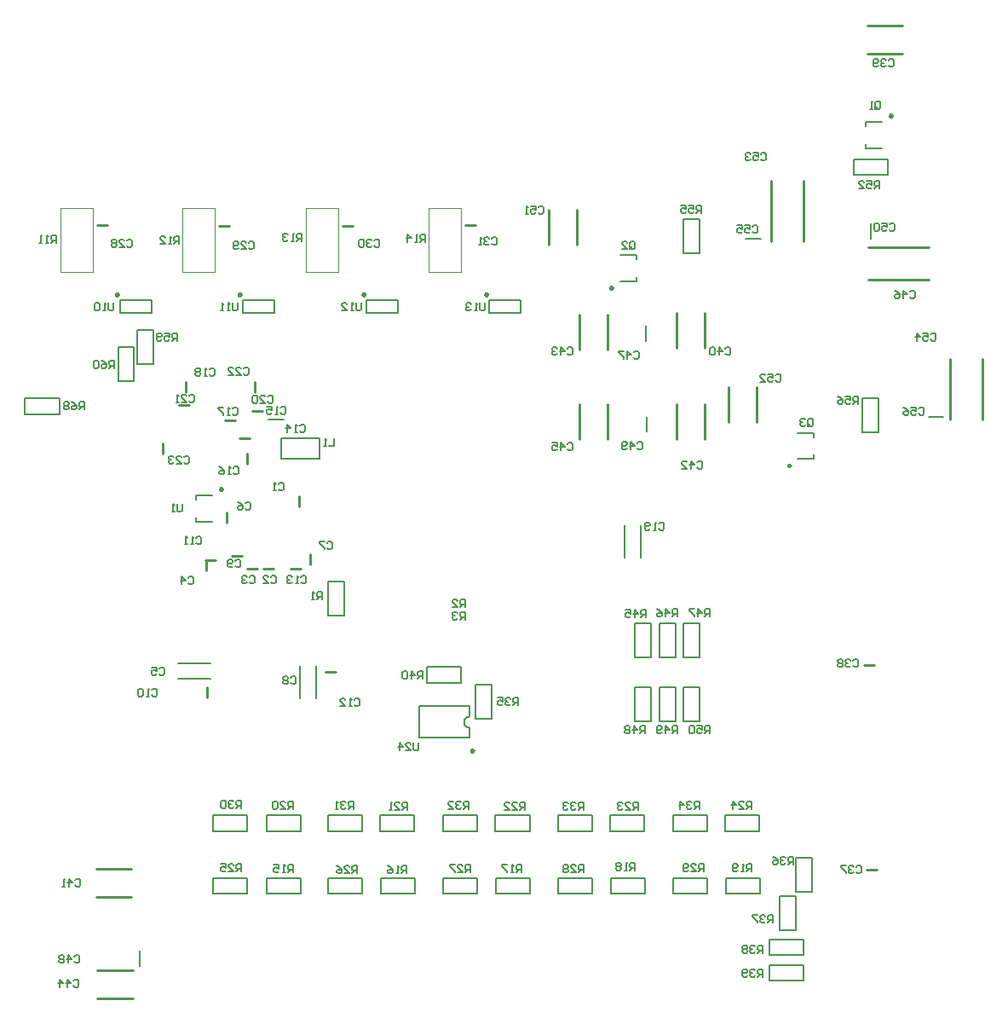
<source format=gbo>
%FSTAX23Y23*%
%MOIN*%
%SFA1B1*%

%IPPOS*%
%ADD27C,0.010000*%
%ADD65C,0.008000*%
%ADD66C,0.010000*%
%ADD68C,0.002000*%
%ADD69C,0.005000*%
%LNholoboard-1*%
%LPD*%
G54D27*
X02709Y02293D02*
Y0243D01*
X02819Y02293D02*
Y0243D01*
X03444Y0141D02*
X03484D01*
X03454Y0061D02*
X03494D01*
X02709Y02648D02*
Y02785D01*
X02819Y02648D02*
Y02785D01*
X03456Y0391D02*
X03594D01*
X03456Y038D02*
X03594D01*
X00919Y03125D02*
X00959D01*
X01029Y01785D02*
X01069D01*
X00949Y01965D02*
Y02005D01*
X01234Y0203D02*
Y0207D01*
X0097Y01834D02*
X0101D01*
X01199Y01784D02*
X01239D01*
X00865Y0182D02*
X00905D01*
X01092Y01785D02*
X01132D01*
X01335Y01382D02*
X01375D01*
X01275Y01802D02*
Y01842D01*
X00872Y01283D02*
Y01323D01*
X00869Y01779D02*
Y01819D01*
X00699Y02236D02*
Y02276D01*
X01059Y02475D02*
Y02515D01*
X00764Y02425D02*
X00804D01*
X0103Y02195D02*
Y02235D01*
X00944Y02366D02*
X00984D01*
X0105Y02401D02*
X0109D01*
X00789Y02475D02*
Y02515D01*
X00444Y00217D02*
X00582D01*
X00444Y00106D02*
X00582D01*
X00439Y00612D02*
X00577D01*
X00439Y00501D02*
X00577D01*
X03024Y02358D02*
Y02495D01*
X02914Y02358D02*
Y02495D01*
X02319Y03053D02*
Y0319D01*
X02209Y03053D02*
Y0319D01*
X02439Y02293D02*
Y0243D01*
X02329Y02293D02*
Y0243D01*
X02439Y02643D02*
Y0278D01*
X02329Y02643D02*
Y0278D01*
X00444Y0313D02*
X00484D01*
X01404Y03125D02*
X01444D01*
X01884Y0313D02*
X01924D01*
X00999Y02295D02*
X01039D01*
X03459Y02917D02*
X03695D01*
X03459Y03043D02*
X03695D01*
X03207Y03065D02*
Y03302D01*
X03081Y03065D02*
Y03302D01*
X03907Y0237D02*
Y02607D01*
X03781Y0237D02*
Y02607D01*
G54D65*
X019Y01208D02*
D01*
X01898Y01207*
X01897Y01207*
X01895Y01207*
X01894Y01207*
X01892Y01206*
X01891Y01206*
X0189Y01205*
X01888Y01204*
X01887Y01203*
X01886Y01203*
X01885Y01202*
X01884Y01201*
X01883Y01199*
X01882Y01198*
X01881Y01197*
X01881Y01196*
X0188Y01194*
X0188Y01193*
X01879Y01192*
X01879Y0119*
X01879Y01189*
X01879Y01187*
Y01186*
X01879Y01184*
X01879Y01183*
X01879Y01181*
X0188Y0118*
X0188Y01179*
X01881Y01177*
X01881Y01176*
X01882Y01175*
X01883Y01174*
X01884Y01172*
X01885Y01171*
X01886Y0117*
X01887Y0117*
X01888Y01169*
X0189Y01168*
X01891Y01167*
X01892Y01167*
X01894Y01166*
X01895Y01166*
X01897Y01166*
X01898Y01166*
X019Y01166*
X00161Y0239D02*
Y02453D01*
X00295*
X00161Y0239D02*
X00295D01*
Y02453*
X02738Y01188D02*
X02801D01*
X02738D02*
Y01322D01*
X02801Y01188D02*
Y01322D01*
X02738D02*
X02801D01*
X02643Y01188D02*
X02706D01*
X02643D02*
Y01322D01*
X02706Y01188D02*
Y01322D01*
X02643D02*
X02706D01*
X02548Y01188D02*
X02611D01*
X02548D02*
Y01322D01*
X02611Y01188D02*
Y01322D01*
X02548D02*
X02611D01*
X02738Y01572D02*
X02801D01*
Y01438D02*
Y01572D01*
X02738Y01438D02*
Y01572D01*
Y01438D02*
X02801D01*
X02643Y01572D02*
X02706D01*
Y01438D02*
Y01572D01*
X02643Y01438D02*
Y01572D01*
Y01438D02*
X02706D01*
X02548Y01572D02*
X02611D01*
Y01438D02*
Y01572D01*
X02548Y01438D02*
Y01572D01*
Y01438D02*
X02611D01*
X01922Y01332D02*
X01985D01*
Y01198D02*
Y01332D01*
X01922Y01198D02*
Y01332D01*
Y01198D02*
X01985D01*
X01734Y01338D02*
Y01401D01*
X01868*
X01734Y01338D02*
X01868D01*
Y01401*
X03178Y00657D02*
X03241D01*
Y00523D02*
Y00657D01*
X03178Y00523D02*
Y00657D01*
Y00523D02*
X03241D01*
X03072Y00174D02*
Y00237D01*
X03206*
X03072Y00174D02*
X03206D01*
Y00237*
X03072Y00274D02*
Y00337D01*
X03206*
X03072Y00274D02*
X03206D01*
Y00337*
X03113Y00507D02*
X03176D01*
Y00373D02*
Y00507D01*
X03113Y00373D02*
Y00507D01*
Y00373D02*
X03176D01*
X01345Y00759D02*
Y00822D01*
X01479*
X01345Y00759D02*
X01479D01*
Y00822*
X02245Y00759D02*
Y00822D01*
X02379*
X02245Y00759D02*
X02379D01*
Y00822*
X02695Y00759D02*
Y00822D01*
X02829*
X02695Y00759D02*
X02829D01*
Y00822*
X03184Y02316D02*
X03248D01*
X03184Y02214D02*
X03248D01*
Y02232*
Y02299D02*
Y02316D01*
X0345Y03429D02*
X03514D01*
X0345Y03531D02*
X03514D01*
X0345Y03514D02*
Y03531D01*
Y03429D02*
Y03447D01*
X02489Y03011D02*
X02553D01*
X02489Y02909D02*
X02553D01*
Y02927*
Y02994D02*
Y03011D01*
X01348Y01737D02*
X01411D01*
Y01603D02*
Y01737D01*
X01348Y01603D02*
Y01737D01*
Y01603D02*
X01411D01*
X00759Y01417D02*
X00885D01*
X00759Y01354D02*
X00885D01*
X01238Y01278D02*
Y01404D01*
X01301Y01278D02*
Y01404D01*
X0083Y01969D02*
X00894D01*
X0083Y02071D02*
X00894D01*
X0083Y02054D02*
Y02071D01*
Y01969D02*
Y01987D01*
X01114Y0237D02*
X01173D01*
X01314Y02214D02*
Y02297D01*
X01164Y02214D02*
X01314D01*
X01164Y02297D02*
X01314D01*
X01164Y02214D02*
Y02297D01*
X019Y01124D02*
Y01166D01*
Y01208D02*
Y0125D01*
X01703Y01124D02*
Y0125D01*
Y01124D02*
X019D01*
X01703Y0125D02*
X019D01*
X02594Y02321D02*
Y0238D01*
X00609Y00232D02*
Y00291D01*
X02589Y02676D02*
Y02735D01*
X03695Y0238D02*
X03754D01*
X0298Y03075D02*
X03039D01*
X03469Y03076D02*
Y03135D01*
X029Y00759D02*
Y00822D01*
X03034*
X029Y00759D02*
X03034D01*
Y00822*
X01795Y00759D02*
Y00822D01*
X01929*
X01795Y00759D02*
X01929D01*
Y00822*
X02001Y00759D02*
Y00822D01*
X02135*
X02001Y00759D02*
X02135D01*
Y00822*
X0155Y00759D02*
Y00822D01*
X01684*
X0155Y00759D02*
X01684D01*
Y00822*
X00895Y00759D02*
Y00822D01*
X01029*
X00895Y00759D02*
X01029D01*
Y00822*
X01105Y00759D02*
Y00822D01*
X01239*
X01105Y00759D02*
X01239D01*
Y00822*
X0245Y00759D02*
Y00822D01*
X02584*
X0245Y00759D02*
X02584D01*
Y00822*
X02738Y03018D02*
X02801D01*
X02738D02*
Y03152D01*
X02801Y03018D02*
Y03152D01*
X02738D02*
X02801D01*
X03402Y03324D02*
Y03387D01*
X03536*
X03402Y03324D02*
X03536D01*
Y03387*
X03438Y02318D02*
X03501D01*
X03438D02*
Y02452D01*
X03501Y02318D02*
Y02452D01*
X03438D02*
X03501D01*
X03036Y00514D02*
Y00577D01*
X02902Y00514D02*
X03036D01*
X02902Y00577D02*
X03036D01*
X02902Y00514D02*
Y00577D01*
X02831Y00514D02*
Y00577D01*
X02697Y00514D02*
X02831D01*
X02697Y00577D02*
X02831D01*
X02697Y00514D02*
Y00577D01*
X01241Y00514D02*
Y00577D01*
X01107Y00514D02*
X01241D01*
X01107Y00577D02*
X01241D01*
X01107Y00514D02*
Y00577D01*
X02586Y00514D02*
Y00577D01*
X02452Y00514D02*
X02586D01*
X02452Y00577D02*
X02586D01*
X02452Y00514D02*
Y00577D01*
X02381Y00514D02*
Y00577D01*
X02247Y00514D02*
X02381D01*
X02247Y00577D02*
X02381D01*
X02247Y00514D02*
Y00577D01*
X02136Y00514D02*
Y00577D01*
X02002Y00514D02*
X02136D01*
X02002Y00577D02*
X02136D01*
X02002Y00514D02*
Y00577D01*
X01931Y00514D02*
Y00577D01*
X01797Y00514D02*
X01931D01*
X01797Y00577D02*
X01931D01*
X01797Y00514D02*
Y00577D01*
X01686Y00514D02*
Y00577D01*
X01552Y00514D02*
X01686D01*
X01552Y00577D02*
X01686D01*
X01552Y00514D02*
Y00577D01*
X01481Y00514D02*
Y00577D01*
X01347Y00514D02*
X01481D01*
X01347Y00577D02*
X01481D01*
X01347Y00514D02*
Y00577D01*
X01031Y00514D02*
Y00577D01*
X00897Y00514D02*
X01031D01*
X00897Y00577D02*
X01031D01*
X00897Y00514D02*
Y00577D01*
X00533Y02786D02*
X00655D01*
X00533Y02834D02*
X00655D01*
Y02786D02*
Y02834D01*
X00533Y02786D02*
Y02834D01*
X01978Y02786D02*
X021D01*
X01978Y02834D02*
X021D01*
Y02786D02*
Y02834D01*
X01978Y02786D02*
Y02834D01*
X01498Y02786D02*
X0162D01*
X01498Y02834D02*
X0162D01*
Y02786D02*
Y02834D01*
X01498Y02786D02*
Y02834D01*
X01013Y02786D02*
X01135D01*
X01013Y02834D02*
X01135D01*
Y02786D02*
Y02834D01*
X01013Y02786D02*
Y02834D01*
X02571Y01829D02*
Y01955D01*
X02508Y01829D02*
Y01955D01*
X00525Y02653D02*
X00588D01*
Y02519D02*
Y02653D01*
X00525Y02519D02*
Y02653D01*
Y02519D02*
X00588D01*
X006Y02719D02*
X00663D01*
Y02585D02*
Y02719D01*
X006Y02585D02*
Y02719D01*
Y02585D02*
X00663D01*
G54D66*
X03155Y02189D02*
D01*
X03154Y02189*
X03154Y02189*
X03154Y0219*
X03154Y0219*
X03154Y0219*
X03154Y02191*
X03154Y02191*
X03154Y02191*
X03154Y02191*
X03153Y02192*
X03153Y02192*
X03153Y02192*
X03153Y02192*
X03152Y02193*
X03152Y02193*
X03152Y02193*
X03151Y02193*
X03151Y02193*
X03151Y02193*
X0315Y02193*
X0315Y02193*
X0315Y02193*
X03149*
X03149Y02193*
X03149Y02193*
X03148Y02193*
X03148Y02193*
X03148Y02193*
X03147Y02193*
X03147Y02193*
X03147Y02193*
X03146Y02192*
X03146Y02192*
X03146Y02192*
X03146Y02192*
X03145Y02191*
X03145Y02191*
X03145Y02191*
X03145Y02191*
X03145Y0219*
X03145Y0219*
X03145Y0219*
X03145Y02189*
X03145Y02189*
X03145Y02189*
X03145Y02188*
X03145Y02188*
X03145Y02187*
X03145Y02187*
X03145Y02187*
X03145Y02186*
X03145Y02186*
X03145Y02186*
X03145Y02186*
X03146Y02185*
X03146Y02185*
X03146Y02185*
X03146Y02185*
X03147Y02184*
X03147Y02184*
X03147Y02184*
X03148Y02184*
X03148Y02184*
X03148Y02184*
X03149Y02184*
X03149Y02184*
X03149Y02184*
X0315*
X0315Y02184*
X0315Y02184*
X03151Y02184*
X03151Y02184*
X03151Y02184*
X03152Y02184*
X03152Y02184*
X03152Y02184*
X03153Y02185*
X03153Y02185*
X03153Y02185*
X03153Y02185*
X03154Y02186*
X03154Y02186*
X03154Y02186*
X03154Y02186*
X03154Y02187*
X03154Y02187*
X03154Y02187*
X03154Y02188*
X03154Y02188*
X03155Y02189*
X03553Y03557D02*
D01*
X03552Y03557*
X03552Y03557*
X03552Y03558*
X03552Y03558*
X03552Y03558*
X03552Y03559*
X03552Y03559*
X03552Y03559*
X03552Y03559*
X03551Y0356*
X03551Y0356*
X03551Y0356*
X03551Y0356*
X0355Y03561*
X0355Y03561*
X0355Y03561*
X03549Y03561*
X03549Y03561*
X03549Y03561*
X03548Y03561*
X03548Y03561*
X03548Y03561*
X03547*
X03547Y03561*
X03547Y03561*
X03546Y03561*
X03546Y03561*
X03546Y03561*
X03545Y03561*
X03545Y03561*
X03545Y03561*
X03544Y0356*
X03544Y0356*
X03544Y0356*
X03544Y0356*
X03543Y03559*
X03543Y03559*
X03543Y03559*
X03543Y03559*
X03543Y03558*
X03543Y03558*
X03543Y03558*
X03543Y03557*
X03543Y03557*
X03543Y03557*
X03543Y03556*
X03543Y03556*
X03543Y03555*
X03543Y03555*
X03543Y03555*
X03543Y03554*
X03543Y03554*
X03543Y03554*
X03543Y03554*
X03544Y03553*
X03544Y03553*
X03544Y03553*
X03544Y03553*
X03545Y03552*
X03545Y03552*
X03545Y03552*
X03546Y03552*
X03546Y03552*
X03546Y03552*
X03547Y03552*
X03547Y03552*
X03547Y03552*
X03548*
X03548Y03552*
X03548Y03552*
X03549Y03552*
X03549Y03552*
X03549Y03552*
X0355Y03552*
X0355Y03552*
X0355Y03552*
X03551Y03553*
X03551Y03553*
X03551Y03553*
X03551Y03553*
X03552Y03554*
X03552Y03554*
X03552Y03554*
X03552Y03554*
X03552Y03555*
X03552Y03555*
X03552Y03555*
X03552Y03556*
X03552Y03556*
X03553Y03557*
X0246Y02884D02*
D01*
X02459Y02884*
X02459Y02884*
X02459Y02885*
X02459Y02885*
X02459Y02885*
X02459Y02886*
X02459Y02886*
X02459Y02886*
X02459Y02886*
X02458Y02887*
X02458Y02887*
X02458Y02887*
X02458Y02887*
X02457Y02888*
X02457Y02888*
X02457Y02888*
X02456Y02888*
X02456Y02888*
X02456Y02888*
X02455Y02888*
X02455Y02888*
X02455Y02888*
X02454*
X02454Y02888*
X02454Y02888*
X02453Y02888*
X02453Y02888*
X02453Y02888*
X02452Y02888*
X02452Y02888*
X02452Y02888*
X02451Y02887*
X02451Y02887*
X02451Y02887*
X02451Y02887*
X0245Y02886*
X0245Y02886*
X0245Y02886*
X0245Y02886*
X0245Y02885*
X0245Y02885*
X0245Y02885*
X0245Y02884*
X0245Y02884*
X0245Y02884*
X0245Y02883*
X0245Y02883*
X0245Y02882*
X0245Y02882*
X0245Y02882*
X0245Y02881*
X0245Y02881*
X0245Y02881*
X0245Y02881*
X02451Y0288*
X02451Y0288*
X02451Y0288*
X02451Y0288*
X02452Y02879*
X02452Y02879*
X02452Y02879*
X02453Y02879*
X02453Y02879*
X02453Y02879*
X02454Y02879*
X02454Y02879*
X02454Y02879*
X02455*
X02455Y02879*
X02455Y02879*
X02456Y02879*
X02456Y02879*
X02456Y02879*
X02457Y02879*
X02457Y02879*
X02457Y02879*
X02458Y0288*
X02458Y0288*
X02458Y0288*
X02458Y0288*
X02459Y02881*
X02459Y02881*
X02459Y02881*
X02459Y02881*
X02459Y02882*
X02459Y02882*
X02459Y02882*
X02459Y02883*
X02459Y02883*
X0246Y02884*
X00933Y02097D02*
D01*
X00932Y02097*
X00932Y02097*
X00932Y02098*
X00932Y02098*
X00932Y02098*
X00932Y02099*
X00932Y02099*
X00932Y02099*
X00932Y02099*
X00931Y021*
X00931Y021*
X00931Y021*
X00931Y021*
X0093Y02101*
X0093Y02101*
X0093Y02101*
X00929Y02101*
X00929Y02101*
X00929Y02101*
X00928Y02101*
X00928Y02101*
X00928Y02101*
X00927*
X00927Y02101*
X00927Y02101*
X00926Y02101*
X00926Y02101*
X00926Y02101*
X00925Y02101*
X00925Y02101*
X00925Y02101*
X00924Y021*
X00924Y021*
X00924Y021*
X00924Y021*
X00923Y02099*
X00923Y02099*
X00923Y02099*
X00923Y02099*
X00923Y02098*
X00923Y02098*
X00923Y02098*
X00923Y02097*
X00923Y02097*
X00923Y02097*
X00923Y02096*
X00923Y02096*
X00923Y02095*
X00923Y02095*
X00923Y02095*
X00923Y02094*
X00923Y02094*
X00923Y02094*
X00923Y02094*
X00924Y02093*
X00924Y02093*
X00924Y02093*
X00924Y02093*
X00925Y02092*
X00925Y02092*
X00925Y02092*
X00926Y02092*
X00926Y02092*
X00926Y02092*
X00927Y02092*
X00927Y02092*
X00927Y02092*
X00928*
X00928Y02092*
X00928Y02092*
X00929Y02092*
X00929Y02092*
X00929Y02092*
X0093Y02092*
X0093Y02092*
X0093Y02092*
X00931Y02093*
X00931Y02093*
X00931Y02093*
X00931Y02093*
X00932Y02094*
X00932Y02094*
X00932Y02094*
X00932Y02094*
X00932Y02095*
X00932Y02095*
X00932Y02095*
X00932Y02096*
X00932Y02096*
X00933Y02097*
X01915Y01075D02*
D01*
X01914Y01075*
X01914Y01075*
X01914Y01076*
X01914Y01076*
X01914Y01076*
X01914Y01077*
X01914Y01077*
X01914Y01077*
X01914Y01077*
X01913Y01078*
X01913Y01078*
X01913Y01078*
X01913Y01078*
X01912Y01079*
X01912Y01079*
X01912Y01079*
X01911Y01079*
X01911Y01079*
X01911Y01079*
X0191Y01079*
X0191Y01079*
X0191Y01079*
X01909*
X01909Y01079*
X01909Y01079*
X01908Y01079*
X01908Y01079*
X01908Y01079*
X01907Y01079*
X01907Y01079*
X01907Y01079*
X01906Y01078*
X01906Y01078*
X01906Y01078*
X01906Y01078*
X01905Y01077*
X01905Y01077*
X01905Y01077*
X01905Y01077*
X01905Y01076*
X01905Y01076*
X01905Y01076*
X01905Y01075*
X01905Y01075*
X01905Y01075*
X01905Y01074*
X01905Y01074*
X01905Y01073*
X01905Y01073*
X01905Y01073*
X01905Y01072*
X01905Y01072*
X01905Y01072*
X01905Y01072*
X01906Y01071*
X01906Y01071*
X01906Y01071*
X01906Y01071*
X01907Y0107*
X01907Y0107*
X01907Y0107*
X01908Y0107*
X01908Y0107*
X01908Y0107*
X01909Y0107*
X01909Y0107*
X01909Y0107*
X0191*
X0191Y0107*
X0191Y0107*
X01911Y0107*
X01911Y0107*
X01911Y0107*
X01912Y0107*
X01912Y0107*
X01912Y0107*
X01913Y01071*
X01913Y01071*
X01913Y01071*
X01913Y01071*
X01914Y01072*
X01914Y01072*
X01914Y01072*
X01914Y01072*
X01914Y01073*
X01914Y01073*
X01914Y01073*
X01914Y01074*
X01914Y01074*
X01915Y01075*
X00526Y02858D02*
D01*
X00525Y02858*
X00525Y02858*
X00525Y02859*
X00525Y02859*
X00525Y02859*
X00525Y0286*
X00525Y0286*
X00525Y0286*
X00525Y0286*
X00524Y02861*
X00524Y02861*
X00524Y02861*
X00524Y02861*
X00523Y02862*
X00523Y02862*
X00523Y02862*
X00522Y02862*
X00522Y02862*
X00522Y02862*
X00521Y02862*
X00521Y02862*
X00521Y02862*
X0052*
X0052Y02862*
X0052Y02862*
X00519Y02862*
X00519Y02862*
X00519Y02862*
X00518Y02862*
X00518Y02862*
X00518Y02862*
X00517Y02861*
X00517Y02861*
X00517Y02861*
X00517Y02861*
X00516Y0286*
X00516Y0286*
X00516Y0286*
X00516Y0286*
X00516Y02859*
X00516Y02859*
X00516Y02859*
X00516Y02858*
X00516Y02858*
X00516Y02858*
X00516Y02857*
X00516Y02857*
X00516Y02856*
X00516Y02856*
X00516Y02856*
X00516Y02855*
X00516Y02855*
X00516Y02855*
X00516Y02855*
X00517Y02854*
X00517Y02854*
X00517Y02854*
X00517Y02854*
X00518Y02853*
X00518Y02853*
X00518Y02853*
X00519Y02853*
X00519Y02853*
X00519Y02853*
X0052Y02853*
X0052Y02853*
X0052Y02853*
X00521*
X00521Y02853*
X00521Y02853*
X00522Y02853*
X00522Y02853*
X00522Y02853*
X00523Y02853*
X00523Y02853*
X00523Y02853*
X00524Y02854*
X00524Y02854*
X00524Y02854*
X00524Y02854*
X00525Y02855*
X00525Y02855*
X00525Y02855*
X00525Y02855*
X00525Y02856*
X00525Y02856*
X00525Y02856*
X00525Y02857*
X00525Y02857*
X00526Y02858*
X01971D02*
D01*
X0197Y02858*
X0197Y02858*
X0197Y02859*
X0197Y02859*
X0197Y02859*
X0197Y0286*
X0197Y0286*
X0197Y0286*
X0197Y0286*
X01969Y02861*
X01969Y02861*
X01969Y02861*
X01969Y02861*
X01968Y02862*
X01968Y02862*
X01968Y02862*
X01967Y02862*
X01967Y02862*
X01967Y02862*
X01966Y02862*
X01966Y02862*
X01966Y02862*
X01965*
X01965Y02862*
X01965Y02862*
X01964Y02862*
X01964Y02862*
X01964Y02862*
X01963Y02862*
X01963Y02862*
X01963Y02862*
X01962Y02861*
X01962Y02861*
X01962Y02861*
X01962Y02861*
X01961Y0286*
X01961Y0286*
X01961Y0286*
X01961Y0286*
X01961Y02859*
X01961Y02859*
X01961Y02859*
X01961Y02858*
X01961Y02858*
X01961Y02858*
X01961Y02857*
X01961Y02857*
X01961Y02856*
X01961Y02856*
X01961Y02856*
X01961Y02855*
X01961Y02855*
X01961Y02855*
X01961Y02855*
X01962Y02854*
X01962Y02854*
X01962Y02854*
X01962Y02854*
X01963Y02853*
X01963Y02853*
X01963Y02853*
X01964Y02853*
X01964Y02853*
X01964Y02853*
X01965Y02853*
X01965Y02853*
X01965Y02853*
X01966*
X01966Y02853*
X01966Y02853*
X01967Y02853*
X01967Y02853*
X01967Y02853*
X01968Y02853*
X01968Y02853*
X01968Y02853*
X01969Y02854*
X01969Y02854*
X01969Y02854*
X01969Y02854*
X0197Y02855*
X0197Y02855*
X0197Y02855*
X0197Y02855*
X0197Y02856*
X0197Y02856*
X0197Y02856*
X0197Y02857*
X0197Y02857*
X01971Y02858*
X01491D02*
D01*
X0149Y02858*
X0149Y02858*
X0149Y02859*
X0149Y02859*
X0149Y02859*
X0149Y0286*
X0149Y0286*
X0149Y0286*
X0149Y0286*
X01489Y02861*
X01489Y02861*
X01489Y02861*
X01489Y02861*
X01488Y02862*
X01488Y02862*
X01488Y02862*
X01487Y02862*
X01487Y02862*
X01487Y02862*
X01486Y02862*
X01486Y02862*
X01486Y02862*
X01485*
X01485Y02862*
X01485Y02862*
X01484Y02862*
X01484Y02862*
X01484Y02862*
X01483Y02862*
X01483Y02862*
X01483Y02862*
X01482Y02861*
X01482Y02861*
X01482Y02861*
X01482Y02861*
X01481Y0286*
X01481Y0286*
X01481Y0286*
X01481Y0286*
X01481Y02859*
X01481Y02859*
X01481Y02859*
X01481Y02858*
X01481Y02858*
X01481Y02858*
X01481Y02857*
X01481Y02857*
X01481Y02856*
X01481Y02856*
X01481Y02856*
X01481Y02855*
X01481Y02855*
X01481Y02855*
X01481Y02855*
X01482Y02854*
X01482Y02854*
X01482Y02854*
X01482Y02854*
X01483Y02853*
X01483Y02853*
X01483Y02853*
X01484Y02853*
X01484Y02853*
X01484Y02853*
X01485Y02853*
X01485Y02853*
X01485Y02853*
X01486*
X01486Y02853*
X01486Y02853*
X01487Y02853*
X01487Y02853*
X01487Y02853*
X01488Y02853*
X01488Y02853*
X01488Y02853*
X01489Y02854*
X01489Y02854*
X01489Y02854*
X01489Y02854*
X0149Y02855*
X0149Y02855*
X0149Y02855*
X0149Y02855*
X0149Y02856*
X0149Y02856*
X0149Y02856*
X0149Y02857*
X0149Y02857*
X01491Y02858*
X01006D02*
D01*
X01005Y02858*
X01005Y02858*
X01005Y02859*
X01005Y02859*
X01005Y02859*
X01005Y0286*
X01005Y0286*
X01005Y0286*
X01005Y0286*
X01004Y02861*
X01004Y02861*
X01004Y02861*
X01004Y02861*
X01003Y02862*
X01003Y02862*
X01003Y02862*
X01002Y02862*
X01002Y02862*
X01002Y02862*
X01001Y02862*
X01001Y02862*
X01001Y02862*
X01*
X01Y02862*
X01Y02862*
X00999Y02862*
X00999Y02862*
X00999Y02862*
X00998Y02862*
X00998Y02862*
X00998Y02862*
X00997Y02861*
X00997Y02861*
X00997Y02861*
X00997Y02861*
X00996Y0286*
X00996Y0286*
X00996Y0286*
X00996Y0286*
X00996Y02859*
X00996Y02859*
X00996Y02859*
X00996Y02858*
X00996Y02858*
X00996Y02858*
X00996Y02857*
X00996Y02857*
X00996Y02856*
X00996Y02856*
X00996Y02856*
X00996Y02855*
X00996Y02855*
X00996Y02855*
X00996Y02855*
X00997Y02854*
X00997Y02854*
X00997Y02854*
X00997Y02854*
X00998Y02853*
X00998Y02853*
X00998Y02853*
X00999Y02853*
X00999Y02853*
X00999Y02853*
X01Y02853*
X01Y02853*
X01Y02853*
X01001*
X01001Y02853*
X01001Y02853*
X01002Y02853*
X01002Y02853*
X01002Y02853*
X01003Y02853*
X01003Y02853*
X01003Y02853*
X01004Y02854*
X01004Y02854*
X01004Y02854*
X01004Y02854*
X01005Y02855*
X01005Y02855*
X01005Y02855*
X01005Y02855*
X01005Y02856*
X01005Y02856*
X01005Y02856*
X01005Y02857*
X01005Y02857*
X01006Y02858*
G54D68*
X01261Y02945D02*
Y03197D01*
Y02945D02*
X01387D01*
X01261Y03197D02*
X01387D01*
Y02945D02*
Y03197D01*
X00776Y02945D02*
Y03197D01*
Y02945D02*
X00902D01*
X00776Y03197D02*
X00902D01*
Y02945D02*
Y03197D01*
X01741Y02945D02*
Y03197D01*
Y02945D02*
X01867D01*
X01741Y03197D02*
X01867D01*
Y02945D02*
Y03197D01*
X00427Y02945D02*
Y03197D01*
X00301D02*
X00427D01*
X00301Y02945D02*
X00427D01*
X00301D02*
Y03197D01*
G54D69*
X00392Y02408D02*
Y02438D01*
X00377*
X00372Y02433*
Y02423*
X00377Y02418*
X00392*
X00382D02*
X00372Y02408D01*
X00342Y02438D02*
X00352Y02433D01*
X00362Y02423*
Y02413*
X00357Y02408*
X00347*
X00342Y02413*
Y02418*
X00347Y02423*
X00362*
X00332Y02433D02*
X00327Y02438D01*
X00317*
X00312Y02433*
Y02428*
X00317Y02423*
X00312Y02418*
Y02413*
X00317Y02408*
X00327*
X00332Y02413*
Y02418*
X00327Y02423*
X00332Y02428*
Y02433*
X00327Y02423D02*
X00317D01*
X02791Y02202D02*
X02796Y02207D01*
X02806*
X02811Y02202*
Y02182*
X02806Y02177*
X02796*
X02791Y02182*
X02766Y02177D02*
Y02207D01*
X02781Y02192*
X02761*
X02731Y02177D02*
X02751D01*
X02731Y02197*
Y02202*
X02736Y02207*
X02746*
X02751Y02202*
X0111Y02458D02*
X01115Y02463D01*
X01125*
X0113Y02458*
Y02438*
X01125Y02433*
X01115*
X0111Y02438*
X0108Y02433D02*
X011D01*
X0108Y02453*
Y02458*
X01085Y02463*
X01095*
X011Y02458*
X0107D02*
X01065Y02463D01*
X01055*
X0105Y02458*
Y02438*
X01055Y02433*
X01065*
X0107Y02438*
Y02458*
X03165Y0063D02*
Y0066D01*
X0315*
X03145Y00655*
Y00645*
X0315Y0064*
X03165*
X03155D02*
X03145Y0063D01*
X03135Y00655D02*
X0313Y0066D01*
X0312*
X03115Y00655*
Y0065*
X0312Y00645*
X03125*
X0312*
X03115Y0064*
Y00635*
X0312Y0063*
X0313*
X03135Y00635*
X03085Y0066D02*
X03095Y00655D01*
X03105Y00645*
Y00635*
X031Y0063*
X0309*
X03085Y00635*
Y0064*
X0309Y00645*
X03105*
X03087Y00402D02*
Y00432D01*
X03072*
X03067Y00427*
Y00417*
X03072Y00412*
X03087*
X03077D02*
X03067Y00402D01*
X03057Y00427D02*
X03052Y00432D01*
X03042*
X03037Y00427*
Y00422*
X03042Y00417*
X03047*
X03042*
X03037Y00412*
Y00407*
X03042Y00402*
X03052*
X03057Y00407*
X03027Y00432D02*
X03007D01*
Y00427*
X03027Y00407*
Y00402*
X03047Y00283D02*
Y00313D01*
X03032*
X03027Y00308*
Y00298*
X03032Y00293*
X03047*
X03037D02*
X03027Y00283D01*
X03017Y00308D02*
X03012Y00313D01*
X03002*
X02997Y00308*
Y00303*
X03002Y00298*
X03007*
X03002*
X02997Y00293*
Y00288*
X03002Y00283*
X03012*
X03017Y00288*
X02987Y00308D02*
X02982Y00313D01*
X02972*
X02967Y00308*
Y00303*
X02972Y00298*
X02967Y00293*
Y00288*
X02972Y00283*
X02982*
X02987Y00288*
Y00293*
X02982Y00298*
X02987Y00303*
Y00308*
X02982Y00298D02*
X02972D01*
X03047Y00189D02*
Y00219D01*
X03032*
X03027Y00214*
Y00204*
X03032Y00199*
X03047*
X03037D02*
X03027Y00189D01*
X03017Y00214D02*
X03012Y00219D01*
X03002*
X02997Y00214*
Y00209*
X03002Y00204*
X03007*
X03002*
X02997Y00199*
Y00194*
X03002Y00189*
X03012*
X03017Y00194*
X02987D02*
X02982Y00189D01*
X02972*
X02967Y00194*
Y00214*
X02972Y00219*
X02982*
X02987Y00214*
Y00209*
X02982Y00204*
X02967*
X00508Y02825D02*
Y028D01*
X00503Y02795*
X00493*
X00488Y028*
Y02825*
X00478Y02795D02*
X00468D01*
X00473*
Y02825*
X00478Y0282*
X00453D02*
X00448Y02825D01*
X00438*
X00433Y0282*
Y028*
X00438Y02795*
X00448*
X00453Y028*
Y0282*
X01527Y03068D02*
X01532Y03073D01*
X01542*
X01547Y03068*
Y03048*
X01542Y03043*
X01532*
X01527Y03048*
X01517Y03068D02*
X01512Y03073D01*
X01502*
X01497Y03068*
Y03063*
X01502Y03058*
X01507*
X01502*
X01497Y03053*
Y03048*
X01502Y03043*
X01512*
X01517Y03048*
X01487Y03068D02*
X01482Y03073D01*
X01472*
X01467Y03068*
Y03048*
X01472Y03043*
X01482*
X01487Y03048*
Y03068*
X00559D02*
X00564Y03073D01*
X00574*
X00579Y03068*
Y03048*
X00574Y03043*
X00564*
X00559Y03048*
X00529Y03043D02*
X00549D01*
X00529Y03063*
Y03068*
X00534Y03073*
X00544*
X00549Y03068*
X00519D02*
X00514Y03073D01*
X00504*
X00499Y03068*
Y03063*
X00504Y03058*
X00499Y03053*
Y03048*
X00504Y03043*
X00514*
X00519Y03048*
Y03053*
X00514Y03058*
X00519Y03063*
Y03068*
X00514Y03058D02*
X00504D01*
X01728Y03063D02*
Y03093D01*
X01713*
X01708Y03088*
Y03078*
X01713Y03073*
X01728*
X01718D02*
X01708Y03063D01*
X01698D02*
X01688D01*
X01693*
Y03093*
X01698Y03088*
X01658Y03063D02*
Y03093D01*
X01673Y03078*
X01653*
X01035Y0306D02*
X0104Y03065D01*
X0105*
X01055Y0306*
Y0304*
X0105Y03035*
X0104*
X01035Y0304*
X01005Y03035D02*
X01025D01*
X01005Y03055*
Y0306*
X0101Y03065*
X0102*
X01025Y0306*
X00995Y0304D02*
X0099Y03035D01*
X0098*
X00975Y0304*
Y0306*
X0098Y03065*
X0099*
X00995Y0306*
Y03055*
X0099Y0305*
X00975*
X00799Y01749D02*
X00804Y01754D01*
X00814*
X00819Y01749*
Y01729*
X00814Y01724*
X00804*
X00799Y01729*
X00774Y01724D02*
Y01754D01*
X00789Y01739*
X00769*
X00685Y01395D02*
X0069Y014D01*
X007*
X00705Y01395*
Y01375*
X007Y0137*
X0069*
X00685Y01375*
X00655Y014D02*
X00675D01*
Y01385*
X00665Y0139*
X0066*
X00655Y01385*
Y01375*
X0066Y0137*
X0067*
X00675Y01375*
X01342Y01887D02*
X01347Y01892D01*
X01357*
X01362Y01887*
Y01867*
X01357Y01862*
X01347*
X01342Y01867*
X01332Y01892D02*
X01312D01*
Y01887*
X01332Y01867*
Y01862*
X012Y0136D02*
X01205Y01365D01*
X01215*
X0122Y0136*
Y0134*
X01215Y01335*
X01205*
X012Y0134*
X0119Y0136D02*
X01185Y01365D01*
X01175*
X0117Y0136*
Y01355*
X01175Y0135*
X0117Y01345*
Y0134*
X01175Y01335*
X01185*
X0119Y0134*
Y01345*
X01185Y0135*
X0119Y01355*
Y0136*
X01185Y0135D02*
X01175D01*
X0083Y01907D02*
X00835Y01912D01*
X00845*
X0085Y01907*
Y01887*
X00845Y01882*
X00835*
X0083Y01887*
X0082Y01882D02*
X0081D01*
X00815*
Y01912*
X0082Y01907*
X00795Y01882D02*
X00785D01*
X0079*
Y01912*
X00795Y01907*
X00984Y01816D02*
X00989Y01821D01*
X00999*
X01004Y01816*
Y01796*
X00999Y01791*
X00989*
X00984Y01796*
X00974D02*
X00969Y01791D01*
X00959*
X00954Y01796*
Y01816*
X00959Y01821*
X00969*
X00974Y01816*
Y01811*
X00969Y01806*
X00954*
X01122Y01753D02*
X01127Y01758D01*
X01137*
X01142Y01753*
Y01733*
X01137Y01728*
X01127*
X01122Y01733*
X01092Y01728D02*
X01112D01*
X01092Y01748*
Y01753*
X01097Y01758*
X01107*
X01112Y01753*
X0124D02*
X01245Y01758D01*
X01255*
X0126Y01753*
Y01733*
X01255Y01728*
X01245*
X0124Y01733*
X0123Y01728D02*
X0122D01*
X01225*
Y01758*
X0123Y01753*
X01205D02*
X012Y01758D01*
X0119*
X01185Y01753*
Y01748*
X0119Y01743*
X01195*
X0119*
X01185Y01738*
Y01733*
X0119Y01728*
X012*
X01205Y01733*
X00657Y01312D02*
X00662Y01317D01*
X00672*
X00677Y01312*
Y01292*
X00672Y01287*
X00662*
X00657Y01292*
X00647Y01287D02*
X00637D01*
X00642*
Y01317*
X00647Y01312*
X00622D02*
X00617Y01317D01*
X00607*
X00602Y01312*
Y01292*
X00607Y01287*
X00617*
X00622Y01292*
Y01312*
X01449Y01273D02*
X01454Y01278D01*
X01464*
X01469Y01273*
Y01253*
X01464Y01248*
X01454*
X01449Y01253*
X01439Y01248D02*
X01429D01*
X01434*
Y01278*
X01439Y01273*
X01394Y01248D02*
X01414D01*
X01394Y01268*
Y01273*
X01399Y01278*
X01409*
X01414Y01273*
X01153Y02116D02*
X01158Y02121D01*
X01168*
X01173Y02116*
Y02096*
X01168Y02091*
X01158*
X01153Y02096*
X01143Y02091D02*
X01133D01*
X01138*
Y02121*
X01143Y02116*
X01023Y02041D02*
X01028Y02046D01*
X01038*
X01043Y02041*
Y02021*
X01038Y02016*
X01028*
X01023Y02021*
X00993Y02046D02*
X01003Y02041D01*
X01013Y02031*
Y02021*
X01008Y02016*
X00998*
X00993Y02021*
Y02026*
X00998Y02031*
X01013*
X01039Y01753D02*
X01044Y01758D01*
X01054*
X01059Y01753*
Y01733*
X01054Y01728*
X01044*
X01039Y01733*
X01029Y01753D02*
X01024Y01758D01*
X01014*
X01009Y01753*
Y01748*
X01014Y01743*
X01019*
X01014*
X01009Y01738*
Y01733*
X01014Y01728*
X01024*
X01029Y01733*
X01236Y02344D02*
X01241Y02349D01*
X01251*
X01256Y02344*
Y02324*
X01251Y02319*
X01241*
X01236Y02324*
X01226Y02319D02*
X01216D01*
X01221*
Y02349*
X01226Y02344*
X01186Y02319D02*
Y02349D01*
X01201Y02334*
X01181*
X01161Y02415D02*
X01166Y0242D01*
X01176*
X01181Y02415*
Y02395*
X01176Y0239*
X01166*
X01161Y02395*
X01151Y0239D02*
X01141D01*
X01146*
Y0242*
X01151Y02415*
X01106Y0242D02*
X01126D01*
Y02405*
X01116Y0241*
X01111*
X01106Y02405*
Y02395*
X01111Y0239*
X01121*
X01126Y02395*
X00976Y02179D02*
X00981Y02184D01*
X00991*
X00996Y02179*
Y02159*
X00991Y02154*
X00981*
X00976Y02159*
X00966Y02154D02*
X00956D01*
X00961*
Y02184*
X00966Y02179*
X00921Y02184D02*
X00931Y02179D01*
X00941Y02169*
Y02159*
X00936Y02154*
X00926*
X00921Y02159*
Y02164*
X00926Y02169*
X00941*
X00972Y02411D02*
X00977Y02416D01*
X00987*
X00992Y02411*
Y02391*
X00987Y02386*
X00977*
X00972Y02391*
X00962Y02386D02*
X00952D01*
X00957*
Y02416*
X00962Y02411*
X00937Y02416D02*
X00917D01*
Y02411*
X00937Y02391*
Y02386*
X00882Y02564D02*
X00887Y02569D01*
X00897*
X00902Y02564*
Y02544*
X00897Y02539*
X00887*
X00882Y02544*
X00872Y02539D02*
X00862D01*
X00867*
Y02569*
X00872Y02564*
X00847D02*
X00842Y02569D01*
X00832*
X00827Y02564*
Y02559*
X00832Y02554*
X00827Y02549*
Y02544*
X00832Y02539*
X00842*
X00847Y02544*
Y02549*
X00842Y02554*
X00847Y02559*
Y02564*
X00842Y02554D02*
X00832D01*
X02641Y01962D02*
X02646Y01967D01*
X02656*
X02661Y01962*
Y01942*
X02656Y01937*
X02646*
X02641Y01942*
X02631Y01937D02*
X02621D01*
X02626*
Y01967*
X02631Y01962*
X02606Y01942D02*
X02601Y01937D01*
X02591*
X02586Y01942*
Y01962*
X02591Y01967*
X02601*
X02606Y01962*
Y01957*
X02601Y01952*
X02586*
X00803Y02462D02*
X00808Y02467D01*
X00818*
X00823Y02462*
Y02442*
X00818Y02437*
X00808*
X00803Y02442*
X00773Y02437D02*
X00793D01*
X00773Y02457*
Y02462*
X00778Y02467*
X00788*
X00793Y02462*
X00763Y02437D02*
X00753D01*
X00758*
Y02467*
X00763Y02462*
X01015Y02568D02*
X0102Y02573D01*
X0103*
X01035Y02568*
Y02548*
X0103Y02543*
X0102*
X01015Y02548*
X00985Y02543D02*
X01005D01*
X00985Y02563*
Y02568*
X0099Y02573*
X01*
X01005Y02568*
X00955Y02543D02*
X00975D01*
X00955Y02563*
Y02568*
X0096Y02573*
X0097*
X00975Y02568*
X00783Y02222D02*
X00788Y02227D01*
X00798*
X00803Y02222*
Y02202*
X00798Y02197*
X00788*
X00783Y02202*
X00753Y02197D02*
X00773D01*
X00753Y02217*
Y02222*
X00758Y02227*
X00768*
X00773Y02222*
X00743D02*
X00738Y02227D01*
X00728*
X00723Y02222*
Y02217*
X00728Y02212*
X00733*
X00728*
X00723Y02207*
Y02202*
X00728Y02197*
X00738*
X00743Y02202*
X03008Y03123D02*
X03013Y03128D01*
X03023*
X03028Y03123*
Y03103*
X03023Y03098*
X03013*
X03008Y03103*
X02978Y03128D02*
X02998D01*
Y03113*
X02988Y03118*
X02983*
X02978Y03113*
Y03103*
X02983Y03098*
X02993*
X02998Y03103*
X02948Y03128D02*
X02968D01*
Y03113*
X02958Y03118*
X02953*
X02948Y03113*
Y03103*
X02953Y03098*
X02963*
X02968Y03103*
X03039Y03407D02*
X03044Y03412D01*
X03054*
X03059Y03407*
Y03387*
X03054Y03382*
X03044*
X03039Y03387*
X03009Y03412D02*
X03029D01*
Y03397*
X03019Y03402*
X03014*
X03009Y03397*
Y03387*
X03014Y03382*
X03024*
X03029Y03387*
X02999Y03407D02*
X02994Y03412D01*
X02984*
X02979Y03407*
Y03402*
X02984Y03397*
X02989*
X02984*
X02979Y03392*
Y03387*
X02984Y03382*
X02994*
X02999Y03387*
X03543Y03131D02*
X03548Y03136D01*
X03558*
X03563Y03131*
Y03111*
X03558Y03106*
X03548*
X03543Y03111*
X03513Y03136D02*
X03533D01*
Y03121*
X03523Y03126*
X03518*
X03513Y03121*
Y03111*
X03518Y03106*
X03528*
X03533Y03111*
X03503Y03131D02*
X03498Y03136D01*
X03488*
X03483Y03131*
Y03111*
X03488Y03106*
X03498*
X03503Y03111*
Y03131*
X02169Y03198D02*
X02174Y03203D01*
X02184*
X02189Y03198*
Y03178*
X02184Y03173*
X02174*
X02169Y03178*
X02139Y03203D02*
X02159D01*
Y03188*
X02149Y03193*
X02144*
X02139Y03188*
Y03178*
X02144Y03173*
X02154*
X02159Y03178*
X02129Y03173D02*
X02119D01*
X02124*
Y03203*
X02129Y03198*
X03622Y02868D02*
X03627Y02873D01*
X03637*
X03642Y02868*
Y02848*
X03637Y02843*
X03627*
X03622Y02848*
X03597Y02843D02*
Y02873D01*
X03612Y02858*
X03592*
X03562Y02873D02*
X03572Y02868D01*
X03582Y02858*
Y02848*
X03577Y02843*
X03567*
X03562Y02848*
Y02853*
X03567Y02858*
X03582*
X03539Y03773D02*
X03544Y03778D01*
X03554*
X03559Y03773*
Y03753*
X03554Y03748*
X03544*
X03539Y03753*
X03529Y03773D02*
X03524Y03778D01*
X03514*
X03509Y03773*
Y03768*
X03514Y03763*
X03519*
X03514*
X03509Y03758*
Y03753*
X03514Y03748*
X03524*
X03529Y03753*
X03499D02*
X03494Y03748D01*
X03484*
X03479Y03753*
Y03773*
X03484Y03778*
X03494*
X03499Y03773*
Y03768*
X03494Y03763*
X03479*
X02901Y02647D02*
X02906Y02652D01*
X02916*
X02921Y02647*
Y02627*
X02916Y02622*
X02906*
X02901Y02627*
X02876Y02622D02*
Y02652D01*
X02891Y02637*
X02871*
X02861Y02647D02*
X02856Y02652D01*
X02846*
X02841Y02647*
Y02627*
X02846Y02622*
X02856*
X02861Y02627*
Y02647*
X02283D02*
X02288Y02652D01*
X02298*
X02303Y02647*
Y02627*
X02298Y02622*
X02288*
X02283Y02627*
X02258Y02622D02*
Y02652D01*
X02273Y02637*
X02253*
X02243Y02647D02*
X02238Y02652D01*
X02228*
X02223Y02647*
Y02642*
X02228Y02637*
X02233*
X02228*
X02223Y02632*
Y02627*
X02228Y02622*
X02238*
X02243Y02627*
X02543Y02631D02*
X02548Y02636D01*
X02558*
X02563Y02631*
Y02611*
X02558Y02606*
X02548*
X02543Y02611*
X02518Y02606D02*
Y02636D01*
X02533Y02621*
X02513*
X02503Y02636D02*
X02483D01*
Y02631*
X02503Y02611*
Y02606*
X03657Y02411D02*
X03662Y02416D01*
X03672*
X03677Y02411*
Y02391*
X03672Y02386*
X03662*
X03657Y02391*
X03627Y02416D02*
X03647D01*
Y02401*
X03637Y02406*
X03632*
X03627Y02401*
Y02391*
X03632Y02386*
X03642*
X03647Y02391*
X03597Y02416D02*
X03607Y02411D01*
X03617Y02401*
Y02391*
X03612Y02386*
X03602*
X03597Y02391*
Y02396*
X03602Y02401*
X03617*
X03704Y02702D02*
X03709Y02707D01*
X03719*
X03724Y02702*
Y02682*
X03719Y02677*
X03709*
X03704Y02682*
X03674Y02707D02*
X03694D01*
Y02692*
X03684Y02697*
X03679*
X03674Y02692*
Y02682*
X03679Y02677*
X03689*
X03694Y02682*
X03649Y02677D02*
Y02707D01*
X03664Y02692*
X03644*
X03098Y02541D02*
X03103Y02546D01*
X03113*
X03118Y02541*
Y02521*
X03113Y02516*
X03103*
X03098Y02521*
X03068Y02546D02*
X03088D01*
Y02531*
X03078Y02536*
X03073*
X03068Y02531*
Y02521*
X03073Y02516*
X03083*
X03088Y02521*
X03038Y02516D02*
X03058D01*
X03038Y02536*
Y02541*
X03043Y02546*
X03053*
X03058Y02541*
X03413Y00619D02*
X03418Y00624D01*
X03428*
X03433Y00619*
Y00599*
X03428Y00594*
X03418*
X03413Y00599*
X03403Y00619D02*
X03398Y00624D01*
X03388*
X03383Y00619*
Y00614*
X03388Y00609*
X03393*
X03388*
X03383Y00604*
Y00599*
X03388Y00594*
X03398*
X03403Y00599*
X03373Y00624D02*
X03353D01*
Y00619*
X03373Y00599*
Y00594*
X00358Y00568D02*
X00363Y00573D01*
X00373*
X00378Y00568*
Y00548*
X00373Y00543*
X00363*
X00358Y00548*
X00333Y00543D02*
Y00573D01*
X00348Y00558*
X00328*
X00318Y00543D02*
X00308D01*
X00313*
Y00573*
X00318Y00568*
X0035Y00175D02*
X00355Y0018D01*
X00365*
X0037Y00175*
Y00155*
X00365Y0015*
X00355*
X0035Y00155*
X00325Y0015D02*
Y0018D01*
X0034Y00165*
X0032*
X00295Y0015D02*
Y0018D01*
X0031Y00165*
X0029*
X00354Y00269D02*
X00359Y00274D01*
X00369*
X00374Y00269*
Y00249*
X00369Y00244*
X00359*
X00354Y00249*
X00329Y00244D02*
Y00274D01*
X00344Y00259*
X00324*
X00314Y00269D02*
X00309Y00274D01*
X00299*
X00294Y00269*
Y00264*
X00299Y00259*
X00294Y00254*
Y00249*
X00299Y00244*
X00309*
X00314Y00249*
Y00254*
X00309Y00259*
X00314Y00264*
Y00269*
X00309Y00259D02*
X00299D01*
X02283Y02273D02*
X02288Y02278D01*
X02298*
X02303Y02273*
Y02253*
X02298Y02248*
X02288*
X02283Y02253*
X02258Y02248D02*
Y02278D01*
X02273Y02263*
X02253*
X02223Y02278D02*
X02243D01*
Y02263*
X02233Y02268*
X02228*
X02223Y02263*
Y02253*
X02228Y02248*
X02238*
X02243Y02253*
X02555Y02277D02*
X0256Y02282D01*
X0257*
X02575Y02277*
Y02257*
X0257Y02252*
X0256*
X02555Y02257*
X0253Y02252D02*
Y02282D01*
X02545Y02267*
X02525*
X02515Y02257D02*
X0251Y02252D01*
X025*
X02495Y02257*
Y02277*
X025Y02282*
X0251*
X02515Y02277*
Y02272*
X0251Y02267*
X02495*
X03401Y01427D02*
X03406Y01432D01*
X03416*
X03421Y01427*
Y01407*
X03416Y01402*
X03406*
X03401Y01407*
X03391Y01427D02*
X03386Y01432D01*
X03376*
X03371Y01427*
Y01422*
X03376Y01417*
X03381*
X03376*
X03371Y01412*
Y01407*
X03376Y01402*
X03386*
X03391Y01407*
X03361Y01427D02*
X03356Y01432D01*
X03346*
X03341Y01427*
Y01422*
X03346Y01417*
X03341Y01412*
Y01407*
X03346Y01402*
X03356*
X03361Y01407*
Y01412*
X03356Y01417*
X03361Y01422*
Y01427*
X03356Y01417D02*
X03346D01*
X0137Y02294D02*
Y02264D01*
X0135*
X0134D02*
X0133D01*
X01335*
Y02294*
X0134Y02289*
X01882Y01634D02*
Y01664D01*
X01867*
X01862Y01659*
Y01649*
X01867Y01644*
X01882*
X01872D02*
X01862Y01634D01*
X01832D02*
X01852D01*
X01832Y01654*
Y01659*
X01837Y01664*
X01847*
X01852Y01659*
X01882Y01587D02*
Y01617D01*
X01867*
X01862Y01612*
Y01602*
X01867Y01597*
X01882*
X01872D02*
X01862Y01587D01*
X01852Y01612D02*
X01847Y01617D01*
X01837*
X01832Y01612*
Y01607*
X01837Y01602*
X01842*
X01837*
X01832Y01597*
Y01592*
X01837Y01587*
X01847*
X01852Y01592*
X01323Y01665D02*
Y01695D01*
X01308*
X01303Y0169*
Y0168*
X01308Y01675*
X01323*
X01313D02*
X01303Y01665D01*
X01293D02*
X01283D01*
X01288*
Y01695*
X01293Y0169*
X00764Y03055D02*
Y03085D01*
X00749*
X00744Y0308*
Y0307*
X00749Y03065*
X00764*
X00754D02*
X00744Y03055D01*
X00734D02*
X00724D01*
X00729*
Y03085*
X00734Y0308*
X00689Y03055D02*
X00709D01*
X00689Y03075*
Y0308*
X00694Y03085*
X00704*
X00709Y0308*
X00283Y03059D02*
Y03089D01*
X00268*
X00263Y03084*
Y03074*
X00268Y03069*
X00283*
X00273D02*
X00263Y03059D01*
X00253D02*
X00243D01*
X00248*
Y03089*
X00253Y03084*
X00228Y03059D02*
X00218D01*
X00223*
Y03089*
X00228Y03084*
X01244Y03067D02*
Y03097D01*
X01229*
X01224Y03092*
Y03082*
X01229Y03077*
X01244*
X01234D02*
X01224Y03067D01*
X01214D02*
X01204D01*
X01209*
Y03097*
X01214Y03092*
X01189D02*
X01184Y03097D01*
X01174*
X01169Y03092*
Y03087*
X01174Y03082*
X01179*
X01174*
X01169Y03077*
Y03072*
X01174Y03067*
X01184*
X01189Y03072*
X01209Y00846D02*
Y00876D01*
X01194*
X01189Y00871*
Y00861*
X01194Y00856*
X01209*
X01199D02*
X01189Y00846D01*
X01159D02*
X01179D01*
X01159Y00866*
Y00871*
X01164Y00876*
X01174*
X01179Y00871*
X01149D02*
X01144Y00876D01*
X01134*
X01129Y00871*
Y00851*
X01134Y00846*
X01144*
X01149Y00851*
Y00871*
X01008Y0085D02*
Y0088D01*
X00993*
X00988Y00875*
Y00865*
X00993Y0086*
X01008*
X00998D02*
X00988Y0085D01*
X00978Y00875D02*
X00973Y0088D01*
X00963*
X00958Y00875*
Y0087*
X00963Y00865*
X00968*
X00963*
X00958Y0086*
Y00855*
X00963Y0085*
X00973*
X00978Y00855*
X00948Y00875D02*
X00943Y0088D01*
X00933*
X00928Y00875*
Y00855*
X00933Y0085*
X00943*
X00948Y00855*
Y00875*
X01209Y00598D02*
Y00628D01*
X01194*
X01189Y00623*
Y00613*
X01194Y00608*
X01209*
X01199D02*
X01189Y00598D01*
X01179D02*
X01169D01*
X01174*
Y00628*
X01179Y00623*
X01134Y00628D02*
X01154D01*
Y00613*
X01144Y00618*
X01139*
X01134Y00613*
Y00603*
X01139Y00598*
X01149*
X01154Y00603*
X01008Y00602D02*
Y00632D01*
X00993*
X00988Y00627*
Y00617*
X00993Y00612*
X01008*
X00998D02*
X00988Y00602D01*
X00958D02*
X00978D01*
X00958Y00622*
Y00627*
X00963Y00632*
X00973*
X00978Y00627*
X00928Y00632D02*
X00948D01*
Y00617*
X00938Y00622*
X00933*
X00928Y00617*
Y00607*
X00933Y00602*
X00943*
X00948Y00607*
X01657Y00843D02*
Y00873D01*
X01642*
X01637Y00868*
Y00858*
X01642Y00853*
X01657*
X01647D02*
X01637Y00843D01*
X01607D02*
X01627D01*
X01607Y00863*
Y00868*
X01612Y00873*
X01622*
X01627Y00868*
X01597Y00843D02*
X01588D01*
X01593*
Y00873*
X01597Y00868*
X01445Y00846D02*
Y00876D01*
X0143*
X01425Y00871*
Y00861*
X0143Y00856*
X01445*
X01435D02*
X01425Y00846D01*
X01415Y00871D02*
X0141Y00876D01*
X014*
X01395Y00871*
Y00866*
X014Y00861*
X01405*
X014*
X01395Y00856*
Y00851*
X014Y00846*
X0141*
X01415Y00851*
X01385Y00846D02*
X01375D01*
X0138*
Y00876*
X01385Y00871*
X01654Y00594D02*
Y00624D01*
X01639*
X01634Y00619*
Y00609*
X01639Y00604*
X01654*
X01644D02*
X01634Y00594D01*
X01624D02*
X01614D01*
X01619*
Y00624*
X01624Y00619*
X01579Y00624D02*
X01589Y00619D01*
X01599Y00609*
Y00599*
X01594Y00594*
X01584*
X01579Y00599*
Y00604*
X01584Y00609*
X01599*
X01461Y00594D02*
Y00624D01*
X01446*
X01441Y00619*
Y00609*
X01446Y00604*
X01461*
X01451D02*
X01441Y00594D01*
X01411D02*
X01431D01*
X01411Y00614*
Y00619*
X01416Y00624*
X01426*
X01431Y00619*
X01381Y00624D02*
X01391Y00619D01*
X01401Y00609*
Y00599*
X01396Y00594*
X01386*
X01381Y00599*
Y00604*
X01386Y00609*
X01401*
X02118Y00843D02*
Y00873D01*
X02103*
X02098Y00868*
Y00858*
X02103Y00853*
X02118*
X02108D02*
X02098Y00843D01*
X02068D02*
X02088D01*
X02068Y00863*
Y00868*
X02073Y00873*
X02083*
X02088Y00868*
X02038Y00843D02*
X02058D01*
X02038Y00863*
Y00868*
X02043Y00873*
X02053*
X02058Y00868*
X01898Y00846D02*
Y00876D01*
X01883*
X01878Y00871*
Y00861*
X01883Y00856*
X01898*
X01888D02*
X01878Y00846D01*
X01868Y00871D02*
X01863Y00876D01*
X01853*
X01848Y00871*
Y00866*
X01853Y00861*
X01858*
X01853*
X01848Y00856*
Y00851*
X01853Y00846*
X01863*
X01868Y00851*
X01818Y00846D02*
X01838D01*
X01818Y00866*
Y00871*
X01823Y00876*
X01833*
X01838Y00871*
X02102Y00598D02*
Y00628D01*
X02087*
X02082Y00623*
Y00613*
X02087Y00608*
X02102*
X02092D02*
X02082Y00598D01*
X02072D02*
X02062D01*
X02067*
Y00628*
X02072Y00623*
X02047Y00628D02*
X02027D01*
Y00623*
X02047Y00603*
Y00598*
X01902D02*
Y00628D01*
X01887*
X01882Y00623*
Y00613*
X01887Y00608*
X01902*
X01892D02*
X01882Y00598D01*
X01852D02*
X01872D01*
X01852Y00618*
Y00623*
X01857Y00628*
X01867*
X01872Y00623*
X01842Y00628D02*
X01822D01*
Y00623*
X01842Y00603*
Y00598*
X02559Y00843D02*
Y00873D01*
X02544*
X02539Y00868*
Y00858*
X02544Y00853*
X02559*
X02549D02*
X02539Y00843D01*
X02509D02*
X02529D01*
X02509Y00863*
Y00868*
X02514Y00873*
X02524*
X02529Y00868*
X02499D02*
X02494Y00873D01*
X02484*
X02479Y00868*
Y00863*
X02484Y00858*
X02489*
X02484*
X02479Y00853*
Y00848*
X02484Y00843*
X02494*
X02499Y00848*
X02346Y00843D02*
Y00873D01*
X02331*
X02326Y00868*
Y00858*
X02331Y00853*
X02346*
X02336D02*
X02326Y00843D01*
X02316Y00868D02*
X02311Y00873D01*
X02301*
X02296Y00868*
Y00863*
X02301Y00858*
X02306*
X02301*
X02296Y00853*
Y00848*
X02301Y00843*
X02311*
X02316Y00848*
X02286Y00868D02*
X02281Y00873D01*
X02271*
X02266Y00868*
Y00863*
X02271Y00858*
X02276*
X02271*
X02266Y00853*
Y00848*
X02271Y00843*
X02281*
X02286Y00848*
X02547Y00606D02*
Y00636D01*
X02532*
X02527Y00631*
Y00621*
X02532Y00616*
X02547*
X02537D02*
X02527Y00606D01*
X02517D02*
X02507D01*
X02512*
Y00636*
X02517Y00631*
X02492D02*
X02487Y00636D01*
X02477*
X02472Y00631*
Y00626*
X02477Y00621*
X02472Y00616*
Y00611*
X02477Y00606*
X02487*
X02492Y00611*
Y00616*
X02487Y00621*
X02492Y00626*
Y00631*
X02487Y00621D02*
X02477D01*
X02346Y00598D02*
Y00628D01*
X02331*
X02326Y00623*
Y00613*
X02331Y00608*
X02346*
X02336D02*
X02326Y00598D01*
X02296D02*
X02316D01*
X02296Y00618*
Y00623*
X02301Y00628*
X02311*
X02316Y00623*
X02286D02*
X02281Y00628D01*
X02271*
X02266Y00623*
Y00618*
X02271Y00613*
X02266Y00608*
Y00603*
X02271Y00598*
X02281*
X02286Y00603*
Y00608*
X02281Y00613*
X02286Y00618*
Y00623*
X02281Y00613D02*
X02271D01*
X03004Y00846D02*
Y00876D01*
X02989*
X02984Y00871*
Y00861*
X02989Y00856*
X03004*
X02994D02*
X02984Y00846D01*
X02954D02*
X02974D01*
X02954Y00866*
Y00871*
X02959Y00876*
X02969*
X02974Y00871*
X02929Y00846D02*
Y00876D01*
X02944Y00861*
X02924*
X02799Y00846D02*
Y00876D01*
X02784*
X02779Y00871*
Y00861*
X02784Y00856*
X02799*
X02789D02*
X02779Y00846D01*
X02769Y00871D02*
X02764Y00876D01*
X02754*
X02749Y00871*
Y00866*
X02754Y00861*
X02759*
X02754*
X02749Y00856*
Y00851*
X02754Y00846*
X02764*
X02769Y00851*
X02724Y00846D02*
Y00876D01*
X02739Y00861*
X02719*
X03004Y00602D02*
Y00632D01*
X02989*
X02984Y00627*
Y00617*
X02989Y00612*
X03004*
X02994D02*
X02984Y00602D01*
X02974D02*
X02964D01*
X02969*
Y00632*
X02974Y00627*
X02949Y00607D02*
X02944Y00602D01*
X02934*
X02929Y00607*
Y00627*
X02934Y00632*
X02944*
X02949Y00627*
Y00622*
X02944Y00617*
X02929*
X02815Y00602D02*
Y00632D01*
X028*
X02795Y00627*
Y00617*
X028Y00612*
X02815*
X02805D02*
X02795Y00602D01*
X02765D02*
X02785D01*
X02765Y00622*
Y00627*
X0277Y00632*
X0278*
X02785Y00627*
X02755Y00607D02*
X0275Y00602D01*
X0274*
X02735Y00607*
Y00627*
X0274Y00632*
X0275*
X02755Y00627*
Y00622*
X0275Y00617*
X02735*
X01717Y01354D02*
Y01384D01*
X01702*
X01697Y01379*
Y01369*
X01702Y01364*
X01717*
X01707D02*
X01697Y01354D01*
X01672D02*
Y01384D01*
X01687Y01369*
X01667*
X01657Y01379D02*
X01652Y01384D01*
X01642*
X01637Y01379*
Y01359*
X01642Y01354*
X01652*
X01657Y01359*
Y01379*
X02091Y01252D02*
Y01282D01*
X02076*
X02071Y01277*
Y01267*
X02076Y01262*
X02091*
X02081D02*
X02071Y01252D01*
X02061Y01277D02*
X02056Y01282D01*
X02046*
X02041Y01277*
Y01272*
X02046Y01267*
X02051*
X02046*
X02041Y01262*
Y01257*
X02046Y01252*
X02056*
X02061Y01257*
X02011Y01282D02*
X02031D01*
Y01267*
X02021Y01272*
X02016*
X02011Y01267*
Y01257*
X02016Y01252*
X02026*
X02031Y01257*
X02807Y03177D02*
Y03207D01*
X02792*
X02787Y03202*
Y03192*
X02792Y03187*
X02807*
X02797D02*
X02787Y03177D01*
X02757Y03207D02*
X02777D01*
Y03192*
X02767Y03197*
X02762*
X02757Y03192*
Y03182*
X02762Y03177*
X02772*
X02777Y03182*
X02727Y03207D02*
X02747D01*
Y03192*
X02737Y03197*
X02732*
X02727Y03192*
Y03182*
X02732Y03177*
X02742*
X02747Y03182*
X03504Y03272D02*
Y03302D01*
X03489*
X03484Y03297*
Y03287*
X03489Y03282*
X03504*
X03494D02*
X03484Y03272D01*
X03454Y03302D02*
X03474D01*
Y03287*
X03464Y03292*
X03459*
X03454Y03287*
Y03277*
X03459Y03272*
X03469*
X03474Y03277*
X03424Y03272D02*
X03444D01*
X03424Y03292*
Y03297*
X03429Y03302*
X03439*
X03444Y03297*
X03421Y02429D02*
Y02459D01*
X03406*
X03401Y02454*
Y02444*
X03406Y02439*
X03421*
X03411D02*
X03401Y02429D01*
X03371Y02459D02*
X03391D01*
Y02444*
X03381Y02449*
X03376*
X03371Y02444*
Y02434*
X03376Y02429*
X03386*
X03391Y02434*
X03341Y02459D02*
X03351Y02454D01*
X03361Y02444*
Y02434*
X03356Y02429*
X03346*
X03341Y02434*
Y02439*
X03346Y02444*
X03361*
X02591Y01594D02*
Y01624D01*
X02576*
X02571Y01619*
Y01609*
X02576Y01604*
X02591*
X02581D02*
X02571Y01594D01*
X02546D02*
Y01624D01*
X02561Y01609*
X02541*
X02511Y01624D02*
X02531D01*
Y01609*
X02521Y01614*
X02516*
X02511Y01609*
Y01599*
X02516Y01594*
X02526*
X02531Y01599*
X02713Y01598D02*
Y01628D01*
X02698*
X02693Y01623*
Y01613*
X02698Y01608*
X02713*
X02703D02*
X02693Y01598D01*
X02668D02*
Y01628D01*
X02683Y01613*
X02663*
X02633Y01628D02*
X02643Y01623D01*
X02653Y01613*
Y01603*
X02648Y01598*
X02638*
X02633Y01603*
Y01608*
X02638Y01613*
X02653*
X02839Y01598D02*
Y01628D01*
X02824*
X02819Y01623*
Y01613*
X02824Y01608*
X02839*
X02829D02*
X02819Y01598D01*
X02794D02*
Y01628D01*
X02809Y01613*
X02789*
X02779Y01628D02*
X02759D01*
Y01623*
X02779Y01603*
Y01598*
X02587Y01142D02*
Y01172D01*
X02572*
X02567Y01167*
Y01157*
X02572Y01152*
X02587*
X02577D02*
X02567Y01142D01*
X02542D02*
Y01172D01*
X02557Y01157*
X02537*
X02527Y01167D02*
X02522Y01172D01*
X02512*
X02507Y01167*
Y01162*
X02512Y01157*
X02507Y01152*
Y01147*
X02512Y01142*
X02522*
X02527Y01147*
Y01152*
X02522Y01157*
X02527Y01162*
Y01167*
X02522Y01157D02*
X02512D01*
X02713Y01142D02*
Y01172D01*
X02698*
X02693Y01167*
Y01157*
X02698Y01152*
X02713*
X02703D02*
X02693Y01142D01*
X02668D02*
Y01172D01*
X02683Y01157*
X02663*
X02653Y01147D02*
X02648Y01142D01*
X02638*
X02633Y01147*
Y01167*
X02638Y01172*
X02648*
X02653Y01167*
Y01162*
X02648Y01157*
X02633*
X02839Y01142D02*
Y01172D01*
X02824*
X02819Y01167*
Y01157*
X02824Y01152*
X02839*
X02829D02*
X02819Y01142D01*
X02789Y01172D02*
X02809D01*
Y01157*
X02799Y01162*
X02794*
X02789Y01157*
Y01147*
X02794Y01142*
X02804*
X02809Y01147*
X02779Y01167D02*
X02774Y01172D01*
X02764*
X02759Y01167*
Y01147*
X02764Y01142*
X02774*
X02779Y01147*
Y01167*
X00992Y02825D02*
Y028D01*
X00987Y02795*
X00977*
X00972Y028*
Y02825*
X00962Y02795D02*
X00952D01*
X00957*
Y02825*
X00962Y0282*
X00937Y02795D02*
X00927D01*
X00932*
Y02825*
X00937Y0282*
X01476Y02825D02*
Y028D01*
X01471Y02795*
X01461*
X01456Y028*
Y02825*
X01446Y02795D02*
X01436D01*
X01441*
Y02825*
X01446Y0282*
X01401Y02795D02*
X01421D01*
X01401Y02815*
Y0282*
X01406Y02825*
X01416*
X01421Y0282*
X01961Y02825D02*
Y028D01*
X01956Y02795*
X01946*
X01941Y028*
Y02825*
X01931Y02795D02*
X01921D01*
X01926*
Y02825*
X01931Y0282*
X01906D02*
X01901Y02825D01*
X01891*
X01886Y0282*
Y02815*
X01891Y0281*
X01896*
X01891*
X01886Y02805*
Y028*
X01891Y02795*
X01901*
X01906Y028*
X01701Y01105D02*
Y0108D01*
X01696Y01075*
X01686*
X01681Y0108*
Y01105*
X01651Y01075D02*
X01671D01*
X01651Y01095*
Y011*
X01656Y01105*
X01666*
X01671Y011*
X01626Y01075D02*
Y01105D01*
X01641Y0109*
X01621*
X00776Y02038D02*
Y02013D01*
X00771Y02008*
X00761*
X00756Y02013*
Y02038*
X00746Y02008D02*
X00736D01*
X00741*
Y02038*
X00746Y02033*
X01988Y03076D02*
X01993Y03081D01*
X02003*
X02008Y03076*
Y03056*
X02003Y03051*
X01993*
X01988Y03056*
X01978Y03076D02*
X01973Y03081D01*
X01963*
X01958Y03076*
Y03071*
X01963Y03066*
X01968*
X01963*
X01958Y03061*
Y03056*
X01963Y03051*
X01973*
X01978Y03056*
X01948Y03051D02*
X01938D01*
X01943*
Y03081*
X01948Y03076*
X03488Y03588D02*
Y03608D01*
X03493Y03613*
X03503*
X03508Y03608*
Y03588*
X03503Y03583*
X03493*
X03498Y03593D02*
X03488Y03583D01*
X03493D02*
X03488Y03588D01*
X03478Y03583D02*
X03468D01*
X03473*
Y03613*
X03478Y03608*
X02527Y0304D02*
Y0306D01*
X02532Y03065*
X02542*
X02547Y0306*
Y0304*
X02542Y03035*
X02532*
X02537Y03045D02*
X02527Y03035D01*
X02532D02*
X02527Y0304D01*
X02497Y03035D02*
X02517D01*
X02497Y03055*
Y0306*
X02502Y03065*
X02512*
X02517Y0306*
X03224Y02348D02*
Y02368D01*
X03229Y02373*
X03239*
X03244Y02368*
Y02348*
X03239Y02343*
X03229*
X03234Y02353D02*
X03224Y02343D01*
X03229D02*
X03224Y02348D01*
X03214Y02368D02*
X03209Y02373D01*
X03199*
X03194Y02368*
Y02363*
X03199Y02358*
X03204*
X03199*
X03194Y02353*
Y02348*
X03199Y02343*
X03209*
X03214Y02348*
X00755Y02676D02*
Y02706D01*
X0074*
X00735Y02701*
Y02691*
X0074Y02686*
X00755*
X00745D02*
X00735Y02676D01*
X00705Y02706D02*
X00725D01*
Y02691*
X00715Y02696*
X0071*
X00705Y02691*
Y02681*
X0071Y02676*
X0072*
X00725Y02681*
X00695D02*
X0069Y02676D01*
X0068*
X00675Y02681*
Y02701*
X0068Y02706*
X0069*
X00695Y02701*
Y02696*
X0069Y02691*
X00675*
X00509Y0257D02*
Y026D01*
X00494*
X00489Y02595*
Y02585*
X00494Y0258*
X00509*
X00499D02*
X00489Y0257D01*
X00459Y026D02*
X00469Y02595D01*
X00479Y02585*
Y02575*
X00474Y0257*
X00464*
X00459Y02575*
Y0258*
X00464Y02585*
X00479*
X00449Y02595D02*
X00444Y026D01*
X00434*
X00429Y02595*
Y02575*
X00434Y0257*
X00444*
X00449Y02575*
Y02595*
M02*
</source>
